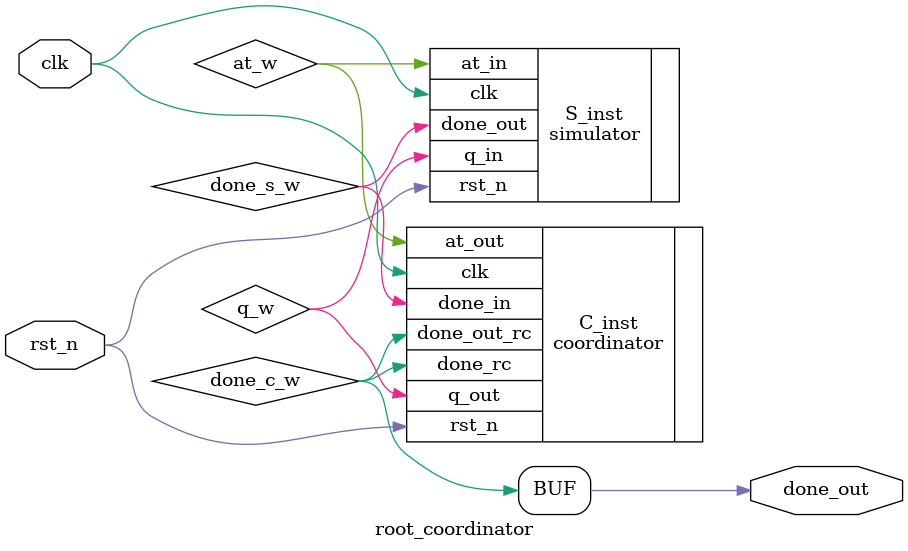
<source format=v>
`timescale 1ns / 1ps

module root_coordinator (
    input clk,
    input rst_n,
    output done_out
);

wire at_w, q_w, done_s_w, done_c_w;

// Instancia del Coordinator
coordinator C_inst (
    .clk(clk),
    .rst_n(rst_n),
    .done_in(done_s_w), // Conectado a la salida 'done' del Simulator
    .done_rc(done_c_w), // Se activa en el RC
    .at_out(at_w),
    .q_out(q_w),
    .done_out_rc(done_c_w)
);

// Instancia del Simulator
simulator S_inst (
    .clk(clk),
    .rst_n(rst_n),
    .at_in(at_w),
    .q_in(q_w),
    .done_out(done_s_w)
);

// Lógica de inicio del Root Coordinator (simplificada)
reg start_sequence = 1'b1;
always @(posedge clk or negedge rst_n) begin
    if (!rst_n) begin
        start_sequence <= 1'b0;
    end else begin
        // La simulación empieza una vez, o si lo necesitas, puedes poner
        // una entrada externa para iniciarla.
        if (done_c_w) begin
            start_sequence <= 1'b0;
        end
    end
end
assign done_out = done_c_w; // La salida del Root Coordinator es la que recibe del C

endmodule
</source>
